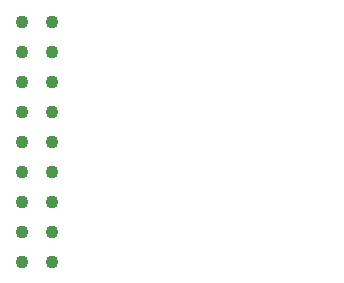
<source format=gbr>
%TF.GenerationSoftware,Altium Limited,Altium Designer,23.9.2 (47)*%
G04 Layer_Color=0*
%FSLAX45Y45*%
%MOMM*%
%TF.SameCoordinates,AC4A3DE0-5486-420A-B1FF-1F5B93080124*%
%TF.FilePolarity,Positive*%
%TF.FileFunction,Plated,1,4,PTH,Drill*%
%TF.Part,Single*%
G01*
G75*
%TA.AperFunction,ComponentDrill*%
%ADD99C,1.10000*%
%TA.AperFunction,ViaDrill,NotFilled*%
%ADD100C,0.10000*%
D99*
X434000Y294000D02*
D03*
Y548000D02*
D03*
X180000Y294000D02*
D03*
Y548000D02*
D03*
X434000Y802000D02*
D03*
Y1056000D02*
D03*
Y1310000D02*
D03*
Y1564000D02*
D03*
Y1818000D02*
D03*
Y2072000D02*
D03*
Y2326000D02*
D03*
X180000Y802000D02*
D03*
Y1056000D02*
D03*
Y1310000D02*
D03*
Y1564000D02*
D03*
Y1818000D02*
D03*
Y2072000D02*
D03*
Y2326000D02*
D03*
D100*
X2595315Y2255315D02*
D03*
X2636618Y2210000D02*
D03*
X2640000Y2140000D02*
D03*
X1629393Y1139393D02*
D03*
X1510000Y1190000D02*
D03*
X1490986Y1107346D02*
D03*
X300000Y1190000D02*
D03*
X2600000Y1820000D02*
D03*
X1510000Y960000D02*
D03*
X1090000Y460000D02*
D03*
X1190000Y320000D02*
D03*
X700000Y1730000D02*
D03*
X994838Y1646224D02*
D03*
X2380000Y1450000D02*
D03*
X2141288Y2183656D02*
D03*
X2069996Y1709997D02*
D03*
X2730000Y1270000D02*
D03*
X2131965Y2123167D02*
D03*
X2124907Y1919570D02*
D03*
X848025Y2256789D02*
D03*
X1120000Y1460000D02*
D03*
X1260000Y970000D02*
D03*
X1254246Y1115754D02*
D03*
X807577Y846170D02*
D03*
X803632Y491892D02*
D03*
X300000Y710000D02*
D03*
X916197Y2454400D02*
D03*
X68494Y1944575D02*
D03*
X66973Y1689810D02*
D03*
Y1437325D02*
D03*
X67734Y929314D02*
D03*
X66213Y673788D02*
D03*
X70000Y420000D02*
D03*
X1330000Y180000D02*
D03*
X2550000Y190000D02*
D03*
X1949999Y2199959D02*
D03*
X1989463Y2246418D02*
D03*
X2203302Y2185130D02*
D03*
X2125334Y2017238D02*
D03*
X2490358Y1832265D02*
D03*
X2480000Y1600000D02*
D03*
X2333948Y1707651D02*
D03*
X2266583Y2454400D02*
D03*
X1370000Y940000D02*
D03*
X950000Y748696D02*
D03*
X1090000Y2028696D02*
D03*
X1408560Y1610730D02*
D03*
X1190000Y1880000D02*
D03*
X1090000Y1780000D02*
D03*
X1280000Y670000D02*
D03*
Y610000D02*
D03*
X1066793Y2268972D02*
D03*
X2445783Y2165241D02*
D03*
X880000Y2350000D02*
D03*
X944117Y2377704D02*
D03*
X1370000Y2380000D02*
D03*
X1318797Y1533032D02*
D03*
X824640Y1522606D02*
D03*
X820780Y1384933D02*
D03*
X818744Y997965D02*
D03*
X920000Y400000D02*
D03*
X1735000Y578425D02*
D03*
X2700000Y1420000D02*
D03*
X1169668Y2157572D02*
D03*
X1610000Y780000D02*
D03*
X1855269Y1316304D02*
D03*
X1952440Y684512D02*
D03*
X2834363Y362722D02*
D03*
X2505010Y352712D02*
D03*
X2510000Y680000D02*
D03*
X2506511Y911311D02*
D03*
X2830000Y1120000D02*
D03*
X1749999Y1719999D02*
D03*
X2000839Y1869999D02*
D03*
X2600000Y2060000D02*
D03*
X1637398Y2185442D02*
D03*
X1920000Y1690000D02*
D03*
X1001269Y1358257D02*
D03*
X2020000Y2420000D02*
D03*
X2249679Y2313689D02*
D03*
X2188658Y2313714D02*
D03*
X1990000Y2110000D02*
D03*
X2120000Y1520000D02*
D03*
X1680000Y1530000D02*
D03*
X1769996Y1339997D02*
D03*
X1900886Y1137501D02*
D03*
X1290000Y750000D02*
D03*
Y850000D02*
D03*
X1065000Y1250000D02*
D03*
X810000Y1060000D02*
D03*
X2480000Y1540000D02*
D03*
X2350000Y2070000D02*
D03*
X2580000Y1330000D02*
D03*
X2054090Y1135303D02*
D03*
X2060000Y910000D02*
D03*
X2650000Y1330000D02*
D03*
X2065112Y576690D02*
D03*
X2320000Y1450000D02*
D03*
X2055556Y1005327D02*
D03*
X1450000Y460000D02*
D03*
X1850000Y330000D02*
D03*
X1950000Y460000D02*
D03*
X1740357Y440437D02*
D03*
X2521896Y1718716D02*
D03*
X2230000Y2020000D02*
D03*
X1620000Y560000D02*
D03*
X1728526Y775509D02*
D03*
X1510000Y2060000D02*
D03*
Y2120000D02*
D03*
X2440003Y1962909D02*
D03*
X2438995Y1865410D02*
D03*
X2297087Y2170001D02*
D03*
X2360680Y2164135D02*
D03*
X2378143Y1866454D02*
D03*
X2446412Y2097825D02*
D03*
X820539Y390244D02*
D03*
X1646820Y916820D02*
D03*
X2270000Y810000D02*
D03*
X2410000Y1030000D02*
D03*
X2386147Y810321D02*
D03*
%TF.MD5,ee32034090a52daad6cdf80c1c15564e*%
M02*

</source>
